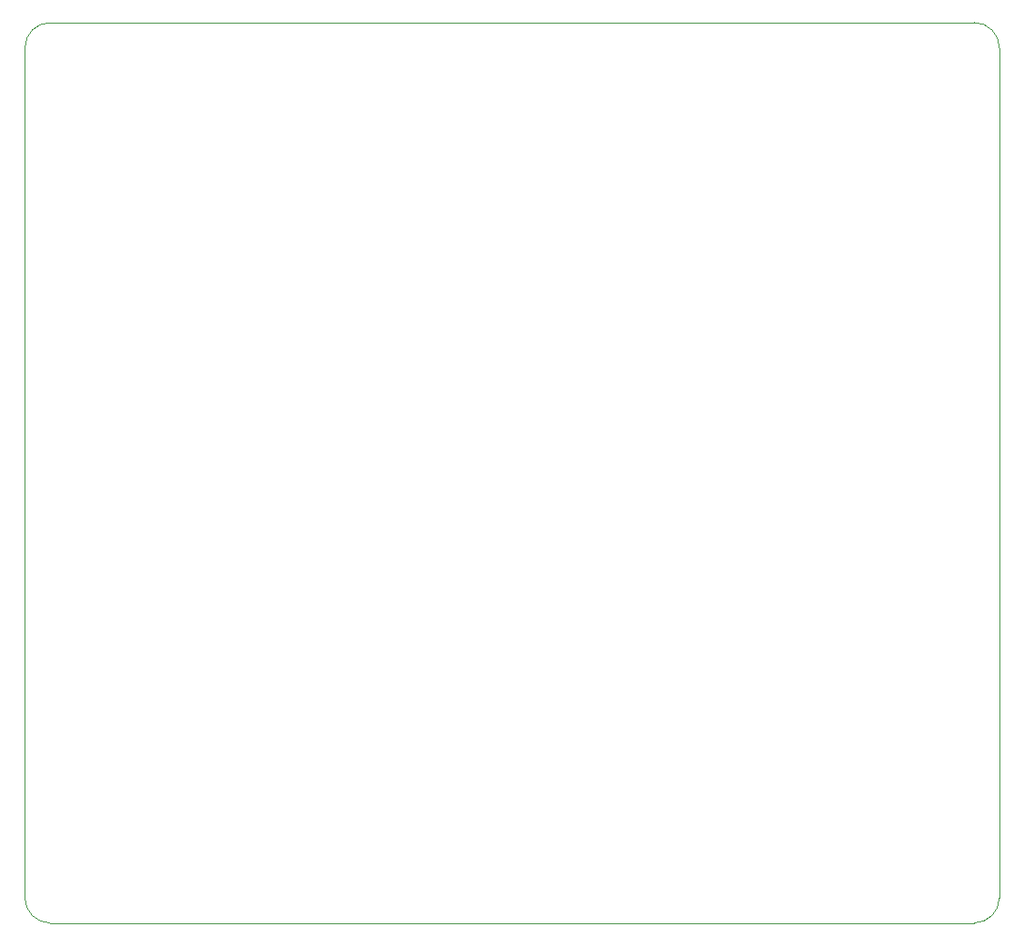
<source format=gm1>
%TF.GenerationSoftware,KiCad,Pcbnew,(6.0.6)*%
%TF.CreationDate,2022-12-02T03:24:18-05:00*%
%TF.ProjectId,esp32-wled,65737033-322d-4776-9c65-642e6b696361,rev?*%
%TF.SameCoordinates,Original*%
%TF.FileFunction,Profile,NP*%
%FSLAX46Y46*%
G04 Gerber Fmt 4.6, Leading zero omitted, Abs format (unit mm)*
G04 Created by KiCad (PCBNEW (6.0.6)) date 2022-12-02 03:24:18*
%MOMM*%
%LPD*%
G01*
G04 APERTURE LIST*
%TA.AperFunction,Profile*%
%ADD10C,0.100000*%
%TD*%
G04 APERTURE END LIST*
D10*
X191500000Y-144766800D02*
X105375200Y-144766800D01*
X105375200Y-60804800D02*
X191500000Y-60804800D01*
X191500000Y-144766800D02*
G75*
G03*
X193836800Y-142430000I0J2336800D01*
G01*
X193836800Y-63141600D02*
G75*
G03*
X191500000Y-60804800I-2336800J0D01*
G01*
X103038400Y-142430000D02*
X103038400Y-63141600D01*
X193836800Y-63141600D02*
X193836800Y-142430000D01*
X103038400Y-142430000D02*
G75*
G03*
X105375200Y-144766800I2336800J0D01*
G01*
X105375200Y-60804800D02*
G75*
G03*
X103038400Y-63141600I0J-2336800D01*
G01*
M02*

</source>
